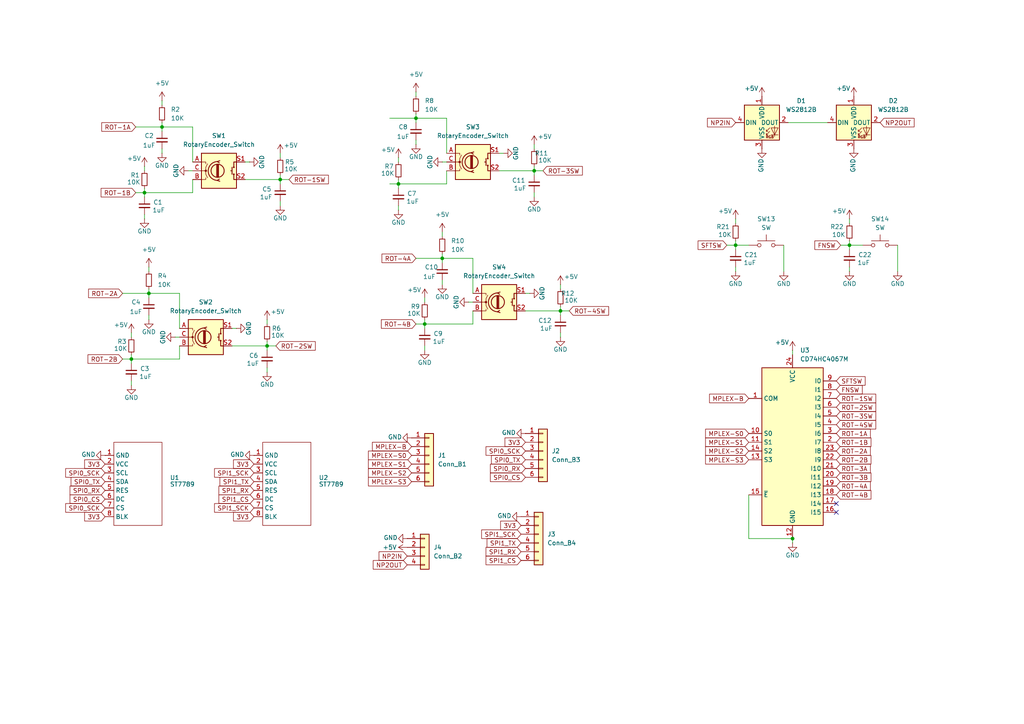
<source format=kicad_sch>
(kicad_sch (version 20231120) (generator "eeschema") (generator_version "8.0")
  (paper "A4")
  (lib_symbols
    (symbol "74xx:CD74HC4067M"
      (property "Reference" "U" (at -8.89 22.86 0))
      (property "Value" "CD74HC4067M" (at 1.27 22.86 0))
      (symbol "CD74HC4067M_0_1"
        (rectangle (start -8.89 21.59) (end 8.89 -24.13) (stroke (width 0.254)) (fill (type background)))
      )
      (symbol "CD74HC4067M_1_1"
        (pin passive line (at -12.7 12.7 0) (length 3.81) (name "COM") (number "1"))
        (pin input line (at -12.7 2.54 0) (length 3.81) (name "S0") (number "10"))
        (pin input line (at -12.7 0 0) (length 3.81) (name "S1") (number "11"))
        (pin power_in line (at 0 -27.94 90) (length 3.81) (name "GND") (number "12"))
        (pin input line (at -12.7 -5.08 0) (length 3.81) (name "S3") (number "13"))
        (pin input line (at -12.7 -2.54 0) (length 3.81) (name "S2") (number "14"))
        (pin input line (at -12.7 -15.24 0) (length 3.81) (name "~{E}") (number "15"))
        (pin passive line (at 12.7 -20.32 180) (length 3.81) (name "I15") (number "16"))
        (pin passive line (at 12.7 -17.78 180) (length 3.81) (name "I14") (number "17"))
        (pin passive line (at 12.7 -15.24 180) (length 3.81) (name "I13") (number "18"))
        (pin passive line (at 12.7 -12.7 180) (length 3.81) (name "I12") (number "19"))
        (pin passive line (at 12.7 0 180) (length 3.81) (name "I7") (number "2"))
        (pin passive line (at 12.7 -10.16 180) (length 3.81) (name "I11") (number "20"))
        (pin passive line (at 12.7 -7.62 180) (length 3.81) (name "I10") (number "21"))
        (pin passive line (at 12.7 -5.08 180) (length 3.81) (name "I9") (number "22"))
        (pin passive line (at 12.7 -2.54 180) (length 3.81) (name "I8") (number "23"))
        (pin power_in line (at 0 25.4 270) (length 3.81) (name "VCC") (number "24"))
        (pin passive line (at 12.7 2.54 180) (length 3.81) (name "I6") (number "3"))
        (pin passive line (at 12.7 5.08 180) (length 3.81) (name "I5") (number "4"))
        (pin passive line (at 12.7 7.62 180) (length 3.81) (name "I4") (number "5"))
        (pin passive line (at 12.7 10.16 180) (length 3.81) (name "I3") (number "6"))
        (pin passive line (at 12.7 12.7 180) (length 3.81) (name "I2") (number "7"))
        (pin passive line (at 12.7 15.24 180) (length 3.81) (name "I1") (number "8"))
        (pin passive line (at 12.7 17.78 180) (length 3.81) (name "I0") (number "9"))
      )
    )
    (symbol "Connector_Generic:Conn_01x04" (pin_names (offset 1.016) hide)
      (property "Reference" "J" (at 0 5.08 0))
      (property "Value" "Conn_01x04" (at 0 -7.62 0))
      (symbol "Conn_01x04_1_1"
        (rectangle (start -1.27 -4.953) (end 0 -5.207) (stroke (width 0.1524)))
        (rectangle (start -1.27 -2.413) (end 0 -2.667) (stroke (width 0.1524)))
        (rectangle (start -1.27 0.127) (end 0 -0.127) (stroke (width 0.1524)))
        (rectangle (start -1.27 2.667) (end 0 2.413) (stroke (width 0.1524)))
        (rectangle (start -1.27 3.81) (end 1.27 -6.35) (stroke (width 0.254)) (fill (type background)))
        (pin passive line (at -5.08 2.54 0) (length 3.81) (name "Pin_1") (number "1"))
        (pin passive line (at -5.08 0 0) (length 3.81) (name "Pin_2") (number "2"))
        (pin passive line (at -5.08 -2.54 0) (length 3.81) (name "Pin_3") (number "3"))
        (pin passive line (at -5.08 -5.08 0) (length 3.81) (name "Pin_4") (number "4"))
      )
    )
    (symbol "Connector_Generic:Conn_01x06" (pin_names (offset 1.016) hide)
      (property "Reference" "J" (at 0 7.62 0))
      (property "Value" "Conn_01x06" (at 0 -10.16 0))
      (symbol "Conn_01x06_1_1"
        (rectangle (start -1.27 -7.493) (end 0 -7.747) (stroke (width 0.1524)))
        (rectangle (start -1.27 -4.953) (end 0 -5.207) (stroke (width 0.1524)))
        (rectangle (start -1.27 -2.413) (end 0 -2.667) (stroke (width 0.1524)))
        (rectangle (start -1.27 0.127) (end 0 -0.127) (stroke (width 0.1524)))
        (rectangle (start -1.27 2.667) (end 0 2.413) (stroke (width 0.1524)))
        (rectangle (start -1.27 5.207) (end 0 4.953) (stroke (width 0.1524)))
        (rectangle (start -1.27 6.35) (end 1.27 -8.89) (stroke (width 0.254)) (fill (type background)))
        (pin passive line (at -5.08 5.08 0) (length 3.81) (name "Pin_1") (number "1"))
        (pin passive line (at -5.08 2.54 0) (length 3.81) (name "Pin_2") (number "2"))
        (pin passive line (at -5.08 0 0) (length 3.81) (name "Pin_3") (number "3"))
        (pin passive line (at -5.08 -2.54 0) (length 3.81) (name "Pin_4") (number "4"))
        (pin passive line (at -5.08 -5.08 0) (length 3.81) (name "Pin_5") (number "5"))
        (pin passive line (at -5.08 -7.62 0) (length 3.81) (name "Pin_6") (number "6"))
      )
    )
    (symbol "Device:C_Small" (pin_numbers hide) (pin_names (offset 0.254) hide)
      (property "Reference" "C" (at 0.254 1.778 0))
      (property "Value" "C_Small" (at 0.254 -2.032 0))
      (symbol "C_Small_0_1"
        (polyline (pts (xy -1.524 -0.508) (xy 1.524 -0.508)) (stroke (width 0.3302)))
        (polyline (pts (xy -1.524 0.508) (xy 1.524 0.508)) (stroke (width 0.3048)))
      )
      (symbol "C_Small_1_1"
        (pin passive line (at 0 2.54 270) (length 2.032) (name "~") (number "1"))
        (pin passive line (at 0 -2.54 90) (length 2.032) (name "~") (number "2"))
      )
    )
    (symbol "Device:R_Small" (pin_numbers hide) (pin_names (offset 0.254) hide)
      (property "Reference" "R" (at 0.762 0.508 0))
      (property "Value" "R_Small" (at 0.762 -1.016 0))
      (symbol "R_Small_0_1"
        (rectangle (start -0.762 1.778) (end 0.762 -1.778) (stroke (width 0.2032)))
      )
      (symbol "R_Small_1_1"
        (pin passive line (at 0 2.54 270) (length 0.762) (name "~") (number "1"))
        (pin passive line (at 0 -2.54 90) (length 0.762) (name "~") (number "2"))
      )
    )
    (symbol "Device:RotaryEncoder_Switch" (pin_names (offset 0.254) hide)
      (property "Reference" "SW" (at 0 6.604 0))
      (property "Value" "RotaryEncoder_Switch" (at 0 -6.604 0))
      (symbol "RotaryEncoder_Switch_0_1"
        (rectangle (start -5.08 5.08) (end 5.08 -5.08) (stroke (width 0.254)) (fill (type background)))
        (circle (center -3.81 0) (radius 0.254) (fill (type outline)))
        (circle (center -0.381 0) (radius 1.905) (stroke (width 0.254)))
        (arc (start -0.381 2.667) (mid -3.0988 -0.0635) (end -0.381 -2.794) (stroke (width 0.254)))
        (polyline (pts (xy -0.635 -1.778) (xy -0.635 1.778)) (stroke (width 0.254)))
        (polyline (pts (xy -0.381 -1.778) (xy -0.381 1.778)) (stroke (width 0.254)))
        (polyline (pts (xy -0.127 1.778) (xy -0.127 -1.778)) (stroke (width 0.254)))
        (polyline (pts (xy 3.81 0) (xy 3.429 0)) (stroke (width 0.254)))
        (polyline (pts (xy 3.81 1.016) (xy 3.81 -1.016)) (stroke (width 0.254)))
        (polyline (pts (xy -5.08 -2.54) (xy -3.81 -2.54) (xy -3.81 -2.032)))
        (polyline (pts (xy -5.08 2.54) (xy -3.81 2.54) (xy -3.81 2.032)))
        (polyline (pts (xy 0.254 -3.048) (xy -0.508 -2.794) (xy 0.127 -2.413)) (stroke (width 0.254)))
        (polyline (pts (xy 0.254 2.921) (xy -0.508 2.667) (xy 0.127 2.286)) (stroke (width 0.254)))
        (polyline (pts (xy 5.08 -2.54) (xy 4.318 -2.54) (xy 4.318 -1.016)) (stroke (width 0.254)))
        (polyline (pts (xy 5.08 2.54) (xy 4.318 2.54) (xy 4.318 1.016)) (stroke (width 0.254)))
        (polyline (pts (xy -5.08 0) (xy -3.81 0) (xy -3.81 -1.016) (xy -3.302 -2.032)))
        (polyline (pts (xy -4.318 0) (xy -3.81 0) (xy -3.81 1.016) (xy -3.302 2.032)))
        (circle (center 4.318 -1.016) (radius 0.127) (stroke (width 0.254)))
        (circle (center 4.318 1.016) (radius 0.127) (stroke (width 0.254)))
      )
      (symbol "RotaryEncoder_Switch_1_1"
        (pin passive line (at -7.62 2.54 0) (length 2.54) (name "A") (number "A"))
        (pin passive line (at -7.62 -2.54 0) (length 2.54) (name "B") (number "B"))
        (pin passive line (at -7.62 0 0) (length 2.54) (name "C") (number "C"))
        (pin passive line (at 7.62 2.54 180) (length 2.54) (name "S1") (number "S1"))
        (pin passive line (at 7.62 -2.54 180) (length 2.54) (name "S2") (number "S2"))
      )
    )
    (symbol "LED:WS2812B" (pin_names (offset 0.254))
      (property "Reference" "D" (at 5.08 5.715 0))
      (property "Value" "WS2812B" (at 1.27 -5.715 0))
      (symbol "WS2812B_0_0"
        (text "RGB" (at 2.286 -4.191 0) (effects (font (size 0.762 0.762))))
      )
      (symbol "WS2812B_0_1"
        (polyline (pts (xy 1.27 -3.556) (xy 1.778 -3.556)))
        (polyline (pts (xy 1.27 -2.54) (xy 1.778 -2.54)))
        (polyline (pts (xy 4.699 -3.556) (xy 2.667 -3.556)))
        (polyline (pts (xy 2.286 -2.54) (xy 1.27 -3.556) (xy 1.27 -3.048)))
        (polyline (pts (xy 2.286 -1.524) (xy 1.27 -2.54) (xy 1.27 -2.032)))
        (polyline (pts (xy 3.683 -1.016) (xy 3.683 -3.556) (xy 3.683 -4.064)))
        (polyline (pts (xy 4.699 -1.524) (xy 2.667 -1.524) (xy 3.683 -3.556) (xy 4.699 -1.524)))
        (rectangle (start 5.08 5.08) (end -5.08 -5.08) (stroke (width 0.254)) (fill (type background)))
      )
      (symbol "WS2812B_1_1"
        (pin power_in line (at 0 7.62 270) (length 2.54) (name "VDD") (number "1"))
        (pin output line (at 7.62 0 180) (length 2.54) (name "DOUT") (number "2"))
        (pin power_in line (at 0 -7.62 90) (length 2.54) (name "VSS") (number "3"))
        (pin input line (at -7.62 0 0) (length 2.54) (name "DIN") (number "4"))
      )
    )
    (symbol "Switch:SW_Push" (pin_numbers hide) (pin_names (offset 1.016) hide)
      (property "Reference" "SW" (at 1.27 2.54 0))
      (property "Value" "SW_Push" (at 0 -1.524 0))
      (symbol "SW_Push_0_1"
        (circle (center -2.032 0) (radius 0.508))
        (polyline (pts (xy 0 1.27) (xy 0 3.048)))
        (polyline (pts (xy 2.54 1.27) (xy -2.54 1.27)))
        (circle (center 2.032 0) (radius 0.508))
        (pin passive line (at -5.08 0 0) (length 2.54) (name "1") (number "1"))
        (pin passive line (at 5.08 0 180) (length 2.54) (name "2") (number "2"))
      )
    )
    (symbol "power:+5V" (power) (pin_numbers hide) (pin_names (offset 0) hide)
      (property "Value" "+5V" (at 0 3.556 0))
      (symbol "+5V_0_1"
        (polyline (pts (xy -0.762 1.27) (xy 0 2.54)))
        (polyline (pts (xy 0 0) (xy 0 2.54)))
        (polyline (pts (xy 0 2.54) (xy 0.762 1.27)))
      )
      (symbol "+5V_1_1"
        (pin power_in line (at 0 0 90) (length 0) (name "~") (number "1"))
      )
    )
    (symbol "power:GND" (power) (pin_numbers hide) (pin_names (offset 0) hide)
      (property "Value" "GND" (at 0 -3.81 0))
      (symbol "GND_0_1"
        (polyline (pts (xy 0 0) (xy 0 -1.27) (xy 1.27 -1.27) (xy 0 -2.54) (xy -1.27 -1.27) (xy 0 -1.27)))
      )
      (symbol "GND_1_1"
        (pin power_in line (at 0 0 270) (length 0) (name "~") (number "1"))
      )
    )
    (symbol "r3m1xxx_Library:ST7789-oled"
      (property "Reference" "U" (at -1.016 9.652 0))
      (symbol "ST7789-oled_0_1"
        (rectangle (start -7.62 11.43) (end 6.35 -12.7))
      )
      (symbol "ST7789-oled_1_1"
        (pin input line (at -10.16 7.62 0) (length 2.54) (name "GND") (number "1"))
        (pin input line (at -10.16 5.08 0) (length 2.54) (name "VCC") (number "2"))
        (pin input line (at -10.16 2.54 0) (length 2.54) (name "SCL") (number "3"))
        (pin input line (at -10.16 0 0) (length 2.54) (name "SDA") (number "4"))
        (pin input line (at -10.16 -2.54 0) (length 2.54) (name "RES") (number "5"))
        (pin input line (at -10.16 -5.08 0) (length 2.54) (name "DC") (number "6"))
        (pin input line (at -10.16 -7.62 0) (length 2.54) (name "CS") (number "7"))
        (pin input line (at -10.16 -10.16 0) (length 2.54) (name "BLK") (number "8"))
      )
    )
  )
  (junction (at 38.1 104.14))
  (junction (at 43.18 85.09))
  (junction (at 162.56 90.17))
  (junction (at 128.27 74.93))
  (junction (at 229.87 156.21))
  (junction (at 81.28 52.07))
  (junction (at 41.91 55.88))
  (junction (at 77.47 100.33))
  (junction (at 123.19 93.98))
  (junction (at 120.65 34.29))
  (junction (at 154.94 49.53))
  (junction (at 115.57 53.34))
  (junction (at 246.38 71.12))
  (junction (at 46.99 36.83))
  (junction (at 213.36 71.12))
  (no_connect (at 242.57 146.05))
  (no_connect (at 242.57 148.59))
  (wire (pts (xy 55.88 36.83) (xy 55.88 46.99)))
  (wire (pts (xy 229.87 101.6) (xy 229.87 102.87)))
  (wire (pts (xy 128.27 81.28) (xy 128.27 82.55)))
  (wire (pts (xy 38.1 104.14) (xy 52.07 104.14)))
  (wire (pts (xy 41.91 55.88) (xy 55.88 55.88)))
  (wire (pts (xy 113.03 34.29) (xy 120.65 34.29)))
  (wire (pts (xy 217.17 143.51) (xy 217.17 156.21)))
  (wire (pts (xy 154.94 49.53) (xy 154.94 48.26)))
  (wire (pts (xy 113.03 53.34) (xy 115.57 53.34)))
  (wire (pts (xy 137.16 74.93) (xy 137.16 85.09)))
  (wire (pts (xy 43.18 85.09) (xy 43.18 83.82)))
  (wire (pts (xy 81.28 52.07) (xy 81.28 50.8)))
  (wire (pts (xy 246.38 71.12) (xy 246.38 69.85)))
  (wire (pts (xy 128.27 67.31) (xy 128.27 68.58)))
  (wire (pts (xy 46.99 38.1) (xy 46.99 36.83)))
  (wire (pts (xy 123.19 95.25) (xy 123.19 93.98)))
  (wire (pts (xy 52.07 85.09) (xy 52.07 95.25)))
  (wire (pts (xy 123.19 100.33) (xy 123.19 101.6)))
  (wire (pts (xy 120.65 35.56) (xy 120.65 34.29)))
  (wire (pts (xy 46.99 29.21) (xy 46.99 30.48)))
  (wire (pts (xy 144.78 49.53) (xy 154.94 49.53)))
  (wire (pts (xy 154.94 41.91) (xy 154.94 43.18)))
  (wire (pts (xy 157.48 49.53) (xy 154.94 49.53)))
  (wire (pts (xy 120.65 40.64) (xy 120.65 41.91)))
  (wire (pts (xy 67.31 100.33) (xy 77.47 100.33)))
  (wire (pts (xy 41.91 55.88) (xy 41.91 54.61)))
  (wire (pts (xy 80.01 100.33) (xy 77.47 100.33)))
  (wire (pts (xy 246.38 71.12) (xy 250.19 71.12)))
  (wire (pts (xy 55.88 55.88) (xy 55.88 52.07)))
  (wire (pts (xy 77.47 106.68) (xy 77.47 107.95)))
  (wire (pts (xy 162.56 90.17) (xy 162.56 88.9)))
  (wire (pts (xy 154.94 50.8) (xy 154.94 49.53)))
  (wire (pts (xy 128.27 74.93) (xy 137.16 74.93)))
  (wire (pts (xy 54.61 49.53) (xy 55.88 49.53)))
  (wire (pts (xy 162.56 82.55) (xy 162.56 83.82)))
  (wire (pts (xy 137.16 93.98) (xy 137.16 90.17)))
  (wire (pts (xy 213.36 71.12) (xy 213.36 69.85)))
  (wire (pts (xy 77.47 100.33) (xy 77.47 99.06)))
  (wire (pts (xy 81.28 58.42) (xy 81.28 59.69)))
  (wire (pts (xy 83.82 52.07) (xy 81.28 52.07)))
  (wire (pts (xy 165.1 90.17) (xy 162.56 90.17)))
  (wire (pts (xy 229.87 156.21) (xy 229.87 157.48)))
  (wire (pts (xy 35.56 104.14) (xy 38.1 104.14)))
  (wire (pts (xy 41.91 57.15) (xy 41.91 55.88)))
  (wire (pts (xy 115.57 53.34) (xy 115.57 52.07)))
  (wire (pts (xy 38.1 96.52) (xy 38.1 97.79)))
  (wire (pts (xy 123.19 93.98) (xy 123.19 92.71)))
  (wire (pts (xy 154.94 55.88) (xy 154.94 57.15)))
  (wire (pts (xy 135.89 87.63) (xy 137.16 87.63)))
  (wire (pts (xy 41.91 62.23) (xy 41.91 63.5)))
  (wire (pts (xy 246.38 72.39) (xy 246.38 71.12)))
  (wire (pts (xy 153.67 85.09) (xy 152.4 85.09)))
  (wire (pts (xy 120.65 93.98) (xy 123.19 93.98)))
  (wire (pts (xy 162.56 91.44) (xy 162.56 90.17)))
  (wire (pts (xy 120.65 74.93) (xy 128.27 74.93)))
  (wire (pts (xy 39.37 36.83) (xy 46.99 36.83)))
  (wire (pts (xy 120.65 26.67) (xy 120.65 27.94)))
  (wire (pts (xy 43.18 86.36) (xy 43.18 85.09)))
  (wire (pts (xy 77.47 92.71) (xy 77.47 93.98)))
  (wire (pts (xy 123.19 86.36) (xy 123.19 87.63)))
  (wire (pts (xy 129.54 53.34) (xy 129.54 49.53)))
  (wire (pts (xy 43.18 77.47) (xy 43.18 78.74)))
  (wire (pts (xy 213.36 72.39) (xy 213.36 71.12)))
  (wire (pts (xy 227.33 71.12) (xy 227.33 78.74)))
  (wire (pts (xy 81.28 44.45) (xy 81.28 45.72)))
  (wire (pts (xy 72.39 46.99) (xy 71.12 46.99)))
  (wire (pts (xy 41.91 48.26) (xy 41.91 49.53)))
  (wire (pts (xy 210.82 71.12) (xy 213.36 71.12)))
  (wire (pts (xy 71.12 52.07) (xy 81.28 52.07)))
  (wire (pts (xy 152.4 90.17) (xy 162.56 90.17)))
  (wire (pts (xy 123.19 93.98) (xy 137.16 93.98)))
  (wire (pts (xy 115.57 54.61) (xy 115.57 53.34)))
  (wire (pts (xy 115.57 59.69) (xy 115.57 60.96)))
  (wire (pts (xy 39.37 55.88) (xy 41.91 55.88)))
  (wire (pts (xy 213.36 77.47) (xy 213.36 78.74)))
  (wire (pts (xy 38.1 104.14) (xy 38.1 102.87)))
  (wire (pts (xy 68.58 95.25) (xy 67.31 95.25)))
  (wire (pts (xy 246.38 77.47) (xy 246.38 78.74)))
  (wire (pts (xy 38.1 110.49) (xy 38.1 111.76)))
  (wire (pts (xy 77.47 101.6) (xy 77.47 100.33)))
  (wire (pts (xy 35.56 85.09) (xy 43.18 85.09)))
  (wire (pts (xy 46.99 36.83) (xy 46.99 35.56)))
  (wire (pts (xy 43.18 91.44) (xy 43.18 92.71)))
  (wire (pts (xy 46.99 36.83) (xy 55.88 36.83)))
  (wire (pts (xy 120.65 34.29) (xy 120.65 33.02)))
  (wire (pts (xy 115.57 53.34) (xy 129.54 53.34)))
  (wire (pts (xy 246.38 63.5) (xy 246.38 64.77)))
  (wire (pts (xy 128.27 76.2) (xy 128.27 74.93)))
  (wire (pts (xy 81.28 53.34) (xy 81.28 52.07)))
  (wire (pts (xy 213.36 63.5) (xy 213.36 64.77)))
  (wire (pts (xy 115.57 45.72) (xy 115.57 46.99)))
  (wire (pts (xy 129.54 34.29) (xy 129.54 44.45)))
  (wire (pts (xy 46.99 43.18) (xy 46.99 44.45)))
  (wire (pts (xy 162.56 96.52) (xy 162.56 97.79)))
  (wire (pts (xy 228.6 35.56) (xy 240.03 35.56)))
  (wire (pts (xy 217.17 156.21) (xy 229.87 156.21)))
  (wire (pts (xy 260.35 71.12) (xy 260.35 78.74)))
  (wire (pts (xy 243.84 71.12) (xy 246.38 71.12)))
  (wire (pts (xy 213.36 71.12) (xy 217.17 71.12)))
  (wire (pts (xy 146.05 44.45) (xy 144.78 44.45)))
  (wire (pts (xy 43.18 85.09) (xy 52.07 85.09)))
  (wire (pts (xy 128.27 46.99) (xy 129.54 46.99)))
  (wire (pts (xy 50.8 97.79) (xy 52.07 97.79)))
  (wire (pts (xy 52.07 104.14) (xy 52.07 100.33)))
  (wire (pts (xy 38.1 105.41) (xy 38.1 104.14)))
  (wire (pts (xy 120.65 34.29) (xy 129.54 34.29)))
  (wire (pts (xy 128.27 74.93) (xy 128.27 73.66)))
  (global_label "ROT-3SW" (shape input) (at 242.57 120.65 0) (property "Intersheetrefs" "${INTERSHEET_REFS}" (effects (hide yes))))
  (global_label "3V3" (shape input) (at 152.4 128.27 180) (property "Intersheetrefs" "${INTERSHEET_REFS}" (effects (hide yes))))
  (global_label "ROT-4A" (shape input) (at 120.65 74.93 180) (property "Intersheetrefs" "${INTERSHEET_REFS}" (effects (hide yes))))
  (global_label "ROT-4B" (shape input) (at 242.57 143.51 0) (property "Intersheetrefs" "${INTERSHEET_REFS}" (effects (hide yes))))
  (global_label "MPLEX-S0" (shape input) (at 217.17 125.73 180) (property "Intersheetrefs" "${INTERSHEET_REFS}" (effects (hide yes))))
  (global_label "SPI0_CS" (shape input) (at 30.48 144.78 180) (property "Intersheetrefs" "${INTERSHEET_REFS}" (effects (hide yes))))
  (global_label "SPI0_TX" (shape input) (at 30.48 139.7 180) (property "Intersheetrefs" "${INTERSHEET_REFS}" (effects (hide yes))))
  (global_label "3V3" (shape input) (at 151.13 152.4 180) (property "Intersheetrefs" "${INTERSHEET_REFS}" (effects (hide yes))))
  (global_label "ROT-4A" (shape input) (at 242.57 140.97 0) (property "Intersheetrefs" "${INTERSHEET_REFS}" (effects (hide yes))))
  (global_label "SPI0_RX" (shape input) (at 152.4 135.89 180) (property "Intersheetrefs" "${INTERSHEET_REFS}" (effects (hide yes))))
  (global_label "SFTSW" (shape input) (at 242.57 110.49 0) (property "Intersheetrefs" "${INTERSHEET_REFS}" (effects (hide yes))))
  (global_label "SPI0_SCK" (shape input) (at 152.4 130.81 180) (property "Intersheetrefs" "${INTERSHEET_REFS}" (effects (hide yes))))
  (global_label "SPI0_SCK" (shape input) (at 30.48 147.32 180) (property "Intersheetrefs" "${INTERSHEET_REFS}" (effects (hide yes))))
  (global_label "3V3" (shape input) (at 30.48 134.62 180) (property "Intersheetrefs" "${INTERSHEET_REFS}" (effects (hide yes))))
  (global_label "SPI1_SCK" (shape input) (at 151.13 154.94 180) (property "Intersheetrefs" "${INTERSHEET_REFS}" (effects (hide yes))))
  (global_label "3V3" (shape input) (at 73.66 149.86 180) (property "Intersheetrefs" "${INTERSHEET_REFS}" (effects (hide yes))))
  (global_label "NP2OUT" (shape input) (at 118.11 163.83 180) (property "Intersheetrefs" "${INTERSHEET_REFS}" (effects (hide yes))))
  (global_label "SPI0_TX" (shape input) (at 152.4 133.35 180) (property "Intersheetrefs" "${INTERSHEET_REFS}" (effects (hide yes))))
  (global_label "MPLEX-S3" (shape input) (at 119.38 139.7 180) (property "Intersheetrefs" "${INTERSHEET_REFS}" (effects (hide yes))))
  (global_label "ROT-1A" (shape input) (at 39.37 36.83 180) (property "Intersheetrefs" "${INTERSHEET_REFS}" (effects (hide yes))))
  (global_label "SPI1_RX" (shape input) (at 151.13 160.02 180) (property "Intersheetrefs" "${INTERSHEET_REFS}" (effects (hide yes))))
  (global_label "SPI1_RX" (shape input) (at 73.66 142.24 180) (property "Intersheetrefs" "${INTERSHEET_REFS}" (effects (hide yes))))
  (global_label "MPLEX-S2" (shape input) (at 119.38 137.16 180) (property "Intersheetrefs" "${INTERSHEET_REFS}" (effects (hide yes))))
  (global_label "FNSW" (shape input) (at 242.57 113.03 0) (property "Intersheetrefs" "${INTERSHEET_REFS}" (effects (hide yes))))
  (global_label "ROT-1SW" (shape input) (at 83.82 52.07 0) (property "Intersheetrefs" "${INTERSHEET_REFS}" (effects (hide yes))))
  (global_label "ROT-3A" (shape input) (at 242.57 135.89 0) (property "Intersheetrefs" "${INTERSHEET_REFS}" (effects (hide yes))))
  (global_label "ROT-3SW" (shape input) (at 157.48 49.53 0) (property "Intersheetrefs" "${INTERSHEET_REFS}" (effects (hide yes))))
  (global_label "MPLEX-S0" (shape input) (at 119.38 132.08 180) (property "Intersheetrefs" "${INTERSHEET_REFS}" (effects (hide yes))))
  (global_label "ROT-2B" (shape input) (at 242.57 133.35 0) (property "Intersheetrefs" "${INTERSHEET_REFS}" (effects (hide yes))))
  (global_label "MPLEX-B" (shape input) (at 217.17 115.57 180) (property "Intersheetrefs" "${INTERSHEET_REFS}" (effects (hide yes))))
  (global_label "SPI1_CS" (shape input) (at 73.66 144.78 180) (property "Intersheetrefs" "${INTERSHEET_REFS}" (effects (hide yes))))
  (global_label "ROT-2A" (shape input) (at 242.57 130.81 0) (property "Intersheetrefs" "${INTERSHEET_REFS}" (effects (hide yes))))
  (global_label "SPI1_SCK" (shape input) (at 73.66 147.32 180) (property "Intersheetrefs" "${INTERSHEET_REFS}" (effects (hide yes))))
  (global_label "ROT-4SW" (shape input) (at 165.1 90.17 0) (property "Intersheetrefs" "${INTERSHEET_REFS}" (effects (hide yes))))
  (global_label "ROT-2SW" (shape input) (at 242.57 118.11 0) (property "Intersheetrefs" "${INTERSHEET_REFS}" (effects (hide yes))))
  (global_label "MPLEX-S1" (shape input) (at 217.17 128.27 180) (property "Intersheetrefs" "${INTERSHEET_REFS}" (effects (hide yes))))
  (global_label "ROT-2SW" (shape input) (at 80.01 100.33 0) (property "Intersheetrefs" "${INTERSHEET_REFS}" (effects (hide yes))))
  (global_label "ROT-4SW" (shape input) (at 242.57 123.19 0) (property "Intersheetrefs" "${INTERSHEET_REFS}" (effects (hide yes))))
  (global_label "SPI1_CS" (shape input) (at 151.13 162.56 180) (property "Intersheetrefs" "${INTERSHEET_REFS}" (effects (hide yes))))
  (global_label "SFTSW" (shape input) (at 210.82 71.12 180) (property "Intersheetrefs" "${INTERSHEET_REFS}" (effects (hide yes))))
  (global_label "3V3" (shape input) (at 30.48 149.86 180) (property "Intersheetrefs" "${INTERSHEET_REFS}" (effects (hide yes))))
  (global_label "ROT-1A" (shape input) (at 242.57 125.73 0) (property "Intersheetrefs" "${INTERSHEET_REFS}" (effects (hide yes))))
  (global_label "ROT-4B" (shape input) (at 120.65 93.98 180) (property "Intersheetrefs" "${INTERSHEET_REFS}" (effects (hide yes))))
  (global_label "SPI0_CS" (shape input) (at 152.4 138.43 180) (property "Intersheetrefs" "${INTERSHEET_REFS}" (effects (hide yes))))
  (global_label "ROT-1B" (shape input) (at 242.57 128.27 0) (property "Intersheetrefs" "${INTERSHEET_REFS}" (effects (hide yes))))
  (global_label "ROT-1B" (shape input) (at 39.37 55.88 180) (property "Intersheetrefs" "${INTERSHEET_REFS}" (effects (hide yes))))
  (global_label "SPI1_TX" (shape input) (at 73.66 139.7 180) (property "Intersheetrefs" "${INTERSHEET_REFS}" (effects (hide yes))))
  (global_label "MPLEX-S3" (shape input) (at 217.17 133.35 180) (property "Intersheetrefs" "${INTERSHEET_REFS}" (effects (hide yes))))
  (global_label "NP2IN" (shape input) (at 213.36 35.56 180) (property "Intersheetrefs" "${INTERSHEET_REFS}" (effects (hide yes))))
  (global_label "NP2OUT" (shape input) (at 255.27 35.56 0) (property "Intersheetrefs" "${INTERSHEET_REFS}" (effects (hide yes))))
  (global_label "SPI0_RX" (shape input) (at 30.48 142.24 180) (property "Intersheetrefs" "${INTERSHEET_REFS}" (effects (hide yes))))
  (global_label "SPI1_SCK" (shape input) (at 73.66 137.16 180) (property "Intersheetrefs" "${INTERSHEET_REFS}" (effects (hide yes))))
  (global_label "ROT-2A" (shape input) (at 35.56 85.09 180) (property "Intersheetrefs" "${INTERSHEET_REFS}" (effects (hide yes))))
  (global_label "SPI1_TX" (shape input) (at 151.13 157.48 180) (property "Intersheetrefs" "${INTERSHEET_REFS}" (effects (hide yes))))
  (global_label "FNSW" (shape input) (at 243.84 71.12 180) (property "Intersheetrefs" "${INTERSHEET_REFS}" (effects (hide yes))))
  (global_label "ROT-1SW" (shape input) (at 242.57 115.57 0) (property "Intersheetrefs" "${INTERSHEET_REFS}" (effects (hide yes))))
  (global_label "3V3" (shape input) (at 73.66 134.62 180) (property "Intersheetrefs" "${INTERSHEET_REFS}" (effects (hide yes))))
  (global_label "MPLEX-B" (shape input) (at 119.38 129.54 180) (property "Intersheetrefs" "${INTERSHEET_REFS}" (effects (hide yes))))
  (global_label "ROT-2B" (shape input) (at 35.56 104.14 180) (property "Intersheetrefs" "${INTERSHEET_REFS}" (effects (hide yes))))
  (global_label "SPI0_SCK" (shape input) (at 30.48 137.16 180) (property "Intersheetrefs" "${INTERSHEET_REFS}" (effects (hide yes))))
  (global_label "MPLEX-S1" (shape input) (at 119.38 134.62 180) (property "Intersheetrefs" "${INTERSHEET_REFS}" (effects (hide yes))))
  (global_label "NP2IN" (shape input) (at 118.11 161.29 180) (property "Intersheetrefs" "${INTERSHEET_REFS}" (effects (hide yes))))
  (global_label "MPLEX-S2" (shape input) (at 217.17 130.81 180) (property "Intersheetrefs" "${INTERSHEET_REFS}" (effects (hide yes))))
  (global_label "ROT-3B" (shape input) (at 242.57 138.43 0) (property "Intersheetrefs" "${INTERSHEET_REFS}" (effects (hide yes))))
  (symbol (lib_id "power:GND") (at 72.39 46.99 90) (mirror x) (unit 1)
    (property "Reference" "#PWR027" (effects (hide yes)))
    (property "Value" "GND" (at 75.946 46.99 0))
    (property "Description" "Power symbol creates a global label with name \"GND\" , ground" (effects (hide yes)))
  )
  (symbol (lib_id "power:GND") (at 73.66 132.08 270) (mirror x) (unit 1)
    (property "Reference" "#PWR080" (effects (hide yes)))
    (property "Value" "GND" (at 68.834 131.826 90))
    (property "Description" "Power symbol creates a global label with name \"GND\" , ground" (effects (hide yes)))
  )
  (symbol (lib_id "Device:C_Small") (at 115.57 57.15 0) (unit 1)
    (property "Reference" "C7" (at 118.11 56.134 0) (effects (justify left)))
    (property "Value" "1uF" (at 117.856 58.42 0) (effects (justify left)))
    (property "Description" "Unpolarized capacitor, small symbol" (effects (hide yes)))
  )
  (symbol (lib_id "power:GND") (at 41.91 63.5 0) (mirror y) (unit 1)
    (property "Reference" "#PWR018" (effects (hide yes)))
    (property "Value" "GND" (at 41.91 67.056 0))
    (property "Description" "Power symbol creates a global label with name \"GND\" , ground" (effects (hide yes)))
  )
  (symbol (lib_id "Device:C_Small") (at 246.38 74.93 0) (unit 1)
    (property "Reference" "C22" (at 248.92 73.914 0) (effects (justify left)))
    (property "Value" "1uF" (at 248.666 76.2 0) (effects (justify left)))
    (property "Description" "Unpolarized capacitor, small symbol" (effects (hide yes)))
  )
  (symbol (lib_id "power:GND") (at 54.61 49.53 270) (mirror x) (unit 1)
    (property "Reference" "#PWR023" (effects (hide yes)))
    (property "Value" "GND" (at 51.054 49.53 0))
    (property "Description" "Power symbol creates a global label with name \"GND\" , ground" (effects (hide yes)))
  )
  (symbol (lib_id "Device:RotaryEncoder_Switch") (at 63.5 49.53 0) (unit 1)
    (property "Reference" "SW1" (at 63.5 39.37 0))
    (property "Value" "RotaryEncoder_Switch" (at 63.5 41.91 0))
    (property "Description" "Rotary encoder, dual channel, incremental quadrate outputs, with switch" (effects (hide yes)))
  )
  (symbol (lib_id "power:GND") (at 154.94 57.15 0) (unit 1)
    (property "Reference" "#PWR046" (effects (hide yes)))
    (property "Value" "GND" (at 154.94 60.706 0))
    (property "Description" "Power symbol creates a global label with name \"GND\" , ground" (effects (hide yes)))
  )
  (symbol (lib_id "r3m1xxx_Library:ST7789-oled") (at 40.64 139.7 0) (unit 1)
    (property "Reference" "U1" (at 49.276 138.5569 0) (effects (justify left)))
    (property "Value" "ST7789" (at 49.276 140.462 0) (effects (justify left)))
  )
  (symbol (lib_id "power:GND") (at 146.05 44.45 90) (mirror x) (unit 1)
    (property "Reference" "#PWR043" (effects (hide yes)))
    (property "Value" "GND" (at 149.606 44.45 0))
    (property "Description" "Power symbol creates a global label with name \"GND\" , ground" (effects (hide yes)))
  )
  (symbol (lib_id "power:+5V") (at 247.65 27.94 0) (unit 1)
    (property "Reference" "#PWR086" (effects (hide yes)))
    (property "Value" "+5V" (at 244.602 25.654 0))
    (property "Description" "Power symbol creates a global label with name \"+5V\"" (effects (hide yes)))
  )
  (symbol (lib_id "power:+5V") (at 162.56 82.55 0) (mirror y) (unit 1)
    (property "Reference" "#PWR047" (effects (hide yes)))
    (property "Value" "+5V" (at 165.608 80.264 0))
    (property "Description" "Power symbol creates a global label with name \"+5V\"" (effects (hide yes)))
  )
  (symbol (lib_id "Connector_Generic:Conn_01x06") (at 157.48 130.81 0) (unit 1)
    (property "Reference" "J2" (at 160.02 130.8099 0) (effects (justify left)))
    (property "Value" "Conn_B3" (at 160.02 133.3499 0) (effects (justify left)))
    (property "Description" "Generic connector, single row, 01x06, script generated (kicad-library-utils/schlib/autogen/connector/)" (effects (hide yes)))
  )
  (symbol (lib_id "power:+5V") (at 246.38 63.5 0) (unit 1)
    (property "Reference" "#PWR076" (effects (hide yes)))
    (property "Value" "+5V" (at 243.332 61.214 0))
    (property "Description" "Power symbol creates a global label with name \"+5V\"" (effects (hide yes)))
  )
  (symbol (lib_id "Device:R_Small") (at 77.47 96.52 0) (mirror y) (unit 1)
    (property "Reference" "R6" (at 81.534 95.25 0) (effects (justify left)))
    (property "Value" "10K" (at 82.55 97.282 0) (effects (justify left)))
    (property "Description" "Resistor, small symbol" (effects (hide yes)))
  )
  (symbol (lib_id "power:GND") (at 68.58 95.25 90) (mirror x) (unit 1)
    (property "Reference" "#PWR028" (effects (hide yes)))
    (property "Value" "GND" (at 72.136 95.25 0))
    (property "Description" "Power symbol creates a global label with name \"GND\" , ground" (effects (hide yes)))
  )
  (symbol (lib_id "Device:R_Small") (at 128.27 71.12 0) (unit 1)
    (property "Reference" "R10" (at 130.81 69.8499 0) (effects (justify left)))
    (property "Value" "10K" (at 130.81 72.3899 0) (effects (justify left)))
    (property "Description" "Resistor, small symbol" (effects (hide yes)))
  )
  (symbol (lib_id "power:GND") (at 115.57 60.96 0) (mirror y) (unit 1)
    (property "Reference" "#PWR034" (effects (hide yes)))
    (property "Value" "GND" (at 115.57 64.516 0))
    (property "Description" "Power symbol creates a global label with name \"GND\" , ground" (effects (hide yes)))
  )
  (symbol (lib_id "power:+5V") (at 41.91 48.26 0) (unit 1)
    (property "Reference" "#PWR017" (effects (hide yes)))
    (property "Value" "+5V" (at 38.862 45.974 0))
    (property "Description" "Power symbol creates a global label with name \"+5V\"" (effects (hide yes)))
  )
  (symbol (lib_id "power:GND") (at 81.28 59.69 0) (unit 1)
    (property "Reference" "#PWR030" (effects (hide yes)))
    (property "Value" "GND" (at 81.28 63.246 0))
    (property "Description" "Power symbol creates a global label with name \"GND\" , ground" (effects (hide yes)))
  )
  (symbol (lib_id "power:GND") (at 77.47 107.95 0) (unit 1)
    (property "Reference" "#PWR032" (effects (hide yes)))
    (property "Value" "GND" (at 77.47 111.506 0))
    (property "Description" "Power symbol creates a global label with name \"GND\" , ground" (effects (hide yes)))
  )
  (symbol (lib_id "power:GND") (at 120.65 41.91 0) (mirror y) (unit 1)
    (property "Reference" "#PWR036" (effects (hide yes)))
    (property "Value" "GND" (at 120.65 45.466 0))
    (property "Description" "Power symbol creates a global label with name \"GND\" , ground" (effects (hide yes)))
  )
  (symbol (lib_id "Device:R_Small") (at 123.19 90.17 0) (unit 1)
    (property "Reference" "R9" (at 119.126 88.9 0) (effects (justify left)))
    (property "Value" "10K" (at 118.11 90.932 0) (effects (justify left)))
    (property "Description" "Resistor, small symbol" (effects (hide yes)))
  )
  (symbol (lib_id "Connector_Generic:Conn_01x06") (at 124.46 132.08 0) (unit 1)
    (property "Reference" "J1" (at 127 132.0799 0) (effects (justify left)))
    (property "Value" "Conn_B1" (at 127 134.6199 0) (effects (justify left)))
    (property "Description" "Generic connector, single row, 01x06, script generated (kicad-library-utils/schlib/autogen/connector/)" (effects (hide yes)))
  )
  (symbol (lib_id "power:+5V") (at 118.11 158.75 90) (unit 1)
    (property "Reference" "#PWR090" (effects (hide yes)))
    (property "Value" "+5V" (at 113.03 158.75 90))
    (property "Description" "Power symbol creates a global label with name \"+5V\"" (effects (hide yes)))
  )
  (symbol (lib_id "power:GND") (at 135.89 87.63 270) (mirror x) (unit 1)
    (property "Reference" "#PWR042" (effects (hide yes)))
    (property "Value" "GND" (at 132.334 87.63 0))
    (property "Description" "Power symbol creates a global label with name \"GND\" , ground" (effects (hide yes)))
  )
  (symbol (lib_id "power:GND") (at 50.8 97.79 270) (mirror x) (unit 1)
    (property "Reference" "#PWR026" (effects (hide yes)))
    (property "Value" "GND" (at 47.244 97.79 0))
    (property "Description" "Power symbol creates a global label with name \"GND\" , ground" (effects (hide yes)))
  )
  (symbol (lib_id "Device:R_Small") (at 46.99 33.02 0) (unit 1)
    (property "Reference" "R2" (at 49.53 31.7499 0) (effects (justify left)))
    (property "Value" "10K" (at 49.53 34.2899 0) (effects (justify left)))
    (property "Description" "Resistor, small symbol" (effects (hide yes)))
  )
  (symbol (lib_id "power:GND") (at 260.35 78.74 0) (mirror y) (unit 1)
    (property "Reference" "#PWR078" (effects (hide yes)))
    (property "Value" "GND" (at 260.35 82.296 0))
    (property "Description" "Power symbol creates a global label with name \"GND\" , ground" (effects (hide yes)))
  )
  (symbol (lib_id "Switch:SW_Push") (at 255.27 71.12 0) (unit 1)
    (property "Reference" "SW14" (at 255.27 63.5 0))
    (property "Value" "SW" (at 255.27 66.04 0))
    (property "Description" "Push button switch, generic, two pins" (effects (hide yes)))
  )
  (symbol (lib_id "r3m1xxx_Library:ST7789-oled") (at 83.82 139.7 0) (unit 1)
    (property "Reference" "U2" (at 92.456 138.5569 0) (effects (justify left)))
    (property "Value" "ST7789" (at 92.456 140.462 0) (effects (justify left)))
  )
  (symbol (lib_id "power:GND") (at 162.56 97.79 0) (unit 1)
    (property "Reference" "#PWR048" (effects (hide yes)))
    (property "Value" "GND" (at 162.56 101.346 0))
    (property "Description" "Power symbol creates a global label with name \"GND\" , ground" (effects (hide yes)))
  )
  (symbol (lib_id "Device:C_Small") (at 43.18 88.9 0) (unit 1)
    (property "Reference" "C4" (at 38.1 87.63 0) (effects (justify left)))
    (property "Value" "1uF" (at 37.592 90.424 0) (effects (justify left)))
    (property "Description" "Unpolarized capacitor, small symbol" (effects (hide yes)))
  )
  (symbol (lib_id "power:GND") (at 46.99 44.45 0) (mirror y) (unit 1)
    (property "Reference" "#PWR020" (effects (hide yes)))
    (property "Value" "GND" (at 46.99 48.006 0))
    (property "Description" "Power symbol creates a global label with name \"GND\" , ground" (effects (hide yes)))
  )
  (symbol (lib_id "power:+5V") (at 123.19 86.36 0) (unit 1)
    (property "Reference" "#PWR037" (effects (hide yes)))
    (property "Value" "+5V" (at 120.142 84.074 0))
    (property "Description" "Power symbol creates a global label with name \"+5V\"" (effects (hide yes)))
  )
  (symbol (lib_id "power:GND") (at 128.27 46.99 270) (mirror x) (unit 1)
    (property "Reference" "#PWR039" (effects (hide yes)))
    (property "Value" "GND" (at 124.714 46.99 0))
    (property "Description" "Power symbol creates a global label with name \"GND\" , ground" (effects (hide yes)))
  )
  (symbol (lib_id "Device:C_Small") (at 46.99 40.64 0) (unit 1)
    (property "Reference" "C2" (at 41.91 39.37 0) (effects (justify left)))
    (property "Value" "1uF" (at 41.402 42.164 0) (effects (justify left)))
    (property "Description" "Unpolarized capacitor, small symbol" (effects (hide yes)))
  )
  (symbol (lib_id "LED:WS2812B") (at 247.65 35.56 0) (unit 1)
    (property "Reference" "D2" (at 259.08 29.2414 0))
    (property "Value" "WS2812B" (at 259.08 31.7814 0))
    (property "Footprint" "LED_SMD:LED_WS2812B_PLCC4_5.0x5.0mm_P3.2mm" (effects (hide yes)))
    (property "Datasheet" "https://cdn-shop.adafruit.com/datasheets/WS2812B.pdf" (effects (hide yes)))
    (property "Description" "RGB LED with integrated controller" (effects (hide yes)))
  )
  (symbol (lib_id "Device:C_Small") (at 154.94 53.34 0) (mirror y) (unit 1)
    (property "Reference" "C11" (at 152.4 52.324 0) (effects (justify left)))
    (property "Value" "1uF" (at 152.654 54.61 0) (effects (justify left)))
    (property "Description" "Unpolarized capacitor, small symbol" (effects (hide yes)))
  )
  (symbol (lib_id "Connector_Generic:Conn_01x04") (at 123.19 158.75 0) (unit 1)
    (property "Reference" "J4" (at 125.73 158.7499 0) (effects (justify left)))
    (property "Value" "Conn_B2" (at 125.73 161.2899 0) (effects (justify left)))
    (property "Description" "Generic connector, single row, 01x04, script generated (kicad-library-utils/schlib/autogen/connector/)" (effects (hide yes)))
  )
  (symbol (lib_id "power:GND") (at 246.38 78.74 0) (mirror y) (unit 1)
    (property "Reference" "#PWR077" (effects (hide yes)))
    (property "Value" "GND" (at 246.38 82.296 0))
    (property "Description" "Power symbol creates a global label with name \"GND\" , ground" (effects (hide yes)))
  )
  (symbol (lib_id "power:GND") (at 247.65 43.18 0) (mirror y) (unit 1)
    (property "Reference" "#PWR084" (effects (hide yes)))
    (property "Value" "GND" (at 247.396 48.006 90))
    (property "Description" "Power symbol creates a global label with name \"GND\" , ground" (effects (hide yes)))
  )
  (symbol (lib_id "power:+5V") (at 77.47 92.71 0) (mirror y) (unit 1)
    (property "Reference" "#PWR031" (effects (hide yes)))
    (property "Value" "+5V" (at 80.518 90.424 0))
    (property "Description" "Power symbol creates a global label with name \"+5V\"" (effects (hide yes)))
  )
  (symbol (lib_id "power:GND") (at 227.33 78.74 0) (mirror y) (unit 1)
    (property "Reference" "#PWR075" (effects (hide yes)))
    (property "Value" "GND" (at 227.33 82.296 0))
    (property "Description" "Power symbol creates a global label with name \"GND\" , ground" (effects (hide yes)))
  )
  (symbol (lib_id "Device:C_Small") (at 120.65 38.1 0) (unit 1)
    (property "Reference" "C8" (at 115.57 36.83 0) (effects (justify left)))
    (property "Value" "1uF" (at 115.062 39.624 0) (effects (justify left)))
    (property "Description" "Unpolarized capacitor, small symbol" (effects (hide yes)))
  )
  (symbol (lib_id "Device:RotaryEncoder_Switch") (at 137.16 46.99 0) (unit 1)
    (property "Reference" "SW3" (at 137.16 36.83 0))
    (property "Value" "RotaryEncoder_Switch" (at 137.16 39.37 0))
    (property "Description" "Rotary encoder, dual channel, incremental quadrate outputs, with switch" (effects (hide yes)))
  )
  (symbol (lib_id "power:GND") (at 128.27 82.55 0) (mirror y) (unit 1)
    (property "Reference" "#PWR041" (effects (hide yes)))
    (property "Value" "GND" (at 128.27 86.106 0))
    (property "Description" "Power symbol creates a global label with name \"GND\" , ground" (effects (hide yes)))
  )
  (symbol (lib_id "power:GND") (at 30.48 132.08 270) (mirror x) (unit 1)
    (property "Reference" "#PWR083" (effects (hide yes)))
    (property "Value" "GND" (at 25.654 131.826 90))
    (property "Description" "Power symbol creates a global label with name \"GND\" , ground" (effects (hide yes)))
  )
  (symbol (lib_id "Device:R_Small") (at 81.28 48.26 0) (mirror y) (unit 1)
    (property "Reference" "R5" (at 85.344 46.99 0) (effects (justify left)))
    (property "Value" "10K" (at 86.36 49.022 0) (effects (justify left)))
    (property "Description" "Resistor, small symbol" (effects (hide yes)))
  )
  (symbol (lib_id "power:+5V") (at 46.99 29.21 0) (unit 1)
    (property "Reference" "#PWR019" (effects (hide yes)))
    (property "Value" "+5V" (at 46.99 24.13 0))
    (property "Description" "Power symbol creates a global label with name \"+5V\"" (effects (hide yes)))
  )
  (symbol (lib_id "power:+5V") (at 115.57 45.72 0) (unit 1)
    (property "Reference" "#PWR033" (effects (hide yes)))
    (property "Value" "+5V" (at 112.522 43.434 0))
    (property "Description" "Power symbol creates a global label with name \"+5V\"" (effects (hide yes)))
  )
  (symbol (lib_id "Switch:SW_Push") (at 222.25 71.12 0) (unit 1)
    (property "Reference" "SW13" (at 222.25 63.5 0))
    (property "Value" "SW" (at 222.25 66.04 0))
    (property "Description" "Push button switch, generic, two pins" (effects (hide yes)))
  )
  (symbol (lib_id "power:GND") (at 38.1 111.76 0) (mirror y) (unit 1)
    (property "Reference" "#PWR022" (effects (hide yes)))
    (property "Value" "GND" (at 38.1 115.316 0))
    (property "Description" "Power symbol creates a global label with name \"GND\" , ground" (effects (hide yes)))
  )
  (symbol (lib_id "power:GND") (at 229.87 157.48 0) (mirror y) (unit 1)
    (property "Reference" "#PWR081" (effects (hide yes)))
    (property "Value" "GND" (at 229.87 161.036 0))
    (property "Description" "Power symbol creates a global label with name \"GND\" , ground" (effects (hide yes)))
  )
  (symbol (lib_id "power:GND") (at 213.36 78.74 0) (mirror y) (unit 1)
    (property "Reference" "#PWR074" (effects (hide yes)))
    (property "Value" "GND" (at 213.36 82.296 0))
    (property "Description" "Power symbol creates a global label with name \"GND\" , ground" (effects (hide yes)))
  )
  (symbol (lib_id "Device:R_Small") (at 41.91 52.07 0) (unit 1)
    (property "Reference" "R1" (at 37.846 50.8 0) (effects (justify left)))
    (property "Value" "10K" (at 36.83 52.832 0) (effects (justify left)))
    (property "Description" "Resistor, small symbol" (effects (hide yes)))
  )
  (symbol (lib_id "power:+5V") (at 229.87 101.6 0) (unit 1)
    (property "Reference" "#PWR079" (effects (hide yes)))
    (property "Value" "+5V" (at 226.822 99.314 0))
    (property "Description" "Power symbol creates a global label with name \"+5V\"" (effects (hide yes)))
  )
  (symbol (lib_id "74xx:CD74HC4067M") (at 229.87 128.27 0) (unit 1)
    (property "Reference" "U3" (at 232.0641 101.6 0) (effects (justify left)))
    (property "Value" "CD74HC4067M" (at 232.0641 104.14 0) (effects (justify left)))
    (property "Footprint" "Package_SO:SOIC-24W_7.5x15.4mm_P1.27mm" (effects (hide yes)))
    (property "Datasheet" "http://www.ti.com/lit/ds/symlink/cd74hc4067.pdf" (effects (hide yes)))
    (property "Description" "High-Speed CMOS Logic 16-Channel Analog Multiplexer/Demultiplexer, SOIC-24" (effects (hide yes)))
  )
  (symbol (lib_id "Device:R_Small") (at 246.38 67.31 0) (unit 1)
    (property "Reference" "R22" (at 240.792 65.786 0) (effects (justify left)))
    (property "Value" "10K" (at 241.3 68.072 0) (effects (justify left)))
    (property "Description" "Resistor, small symbol" (effects (hide yes)))
  )
  (symbol (lib_id "power:GND") (at 119.38 127 270) (mirror x) (unit 1)
    (property "Reference" "#PWR087" (effects (hide yes)))
    (property "Value" "GND" (at 114.554 126.746 90))
    (property "Description" "Power symbol creates a global label with name \"GND\" , ground" (effects (hide yes)))
  )
  (symbol (lib_id "power:+5V") (at 154.94 41.91 0) (mirror y) (unit 1)
    (property "Reference" "#PWR045" (effects (hide yes)))
    (property "Value" "+5V" (at 157.988 39.624 0))
    (property "Description" "Power symbol creates a global label with name \"+5V\"" (effects (hide yes)))
  )
  (symbol (lib_id "power:+5V") (at 128.27 67.31 0) (unit 1)
    (property "Reference" "#PWR040" (effects (hide yes)))
    (property "Value" "+5V" (at 128.27 62.23 0))
    (property "Description" "Power symbol creates a global label with name \"+5V\"" (effects (hide yes)))
  )
  (symbol (lib_id "power:+5V") (at 120.65 26.67 0) (unit 1)
    (property "Reference" "#PWR035" (effects (hide yes)))
    (property "Value" "+5V" (at 120.65 21.59 0))
    (property "Description" "Power symbol creates a global label with name \"+5V\"" (effects (hide yes)))
  )
  (symbol (lib_id "Device:C_Small") (at 38.1 107.95 0) (unit 1)
    (property "Reference" "C3" (at 40.64 106.934 0) (effects (justify left)))
    (property "Value" "1uF" (at 40.386 109.22 0) (effects (justify left)))
    (property "Description" "Unpolarized capacitor, small symbol" (effects (hide yes)))
  )
  (symbol (lib_id "Device:C_Small") (at 213.36 74.93 0) (unit 1)
    (property "Reference" "C21" (at 215.9 73.914 0) (effects (justify left)))
    (property "Value" "1uF" (at 215.646 76.2 0) (effects (justify left)))
    (property "Description" "Unpolarized capacitor, small symbol" (effects (hide yes)))
  )
  (symbol (lib_id "power:GND") (at 118.11 156.21 270) (mirror x) (unit 1)
    (property "Reference" "#PWR091" (effects (hide yes)))
    (property "Value" "GND" (at 113.284 155.956 90))
    (property "Description" "Power symbol creates a global label with name \"GND\" , ground" (effects (hide yes)))
  )
  (symbol (lib_id "Device:C_Small") (at 41.91 59.69 0) (unit 1)
    (property "Reference" "C1" (at 44.45 58.674 0) (effects (justify left)))
    (property "Value" "1uF" (at 44.196 60.96 0) (effects (justify left)))
    (property "Description" "Unpolarized capacitor, small symbol" (effects (hide yes)))
  )
  (symbol (lib_id "Connector_Generic:Conn_01x06") (at 156.21 154.94 0) (unit 1)
    (property "Reference" "J3" (at 158.75 154.9399 0) (effects (justify left)))
    (property "Value" "Conn_B4" (at 158.75 157.4799 0) (effects (justify left)))
    (property "Description" "Generic connector, single row, 01x06, script generated (kicad-library-utils/schlib/autogen/connector/)" (effects (hide yes)))
  )
  (symbol (lib_id "power:GND") (at 43.18 92.71 0) (mirror y) (unit 1)
    (property "Reference" "#PWR025" (effects (hide yes)))
    (property "Value" "GND" (at 43.18 96.266 0))
    (property "Description" "Power symbol creates a global label with name \"GND\" , ground" (effects (hide yes)))
  )
  (symbol (lib_id "power:GND") (at 151.13 149.86 270) (mirror x) (unit 1)
    (property "Reference" "#PWR089" (effects (hide yes)))
    (property "Value" "GND" (at 146.304 149.606 90))
    (property "Description" "Power symbol creates a global label with name \"GND\" , ground" (effects (hide yes)))
  )
  (symbol (lib_id "Device:R_Small") (at 38.1 100.33 0) (unit 1)
    (property "Reference" "R3" (at 34.036 99.06 0) (effects (justify left)))
    (property "Value" "10K" (at 33.02 101.092 0) (effects (justify left)))
    (property "Description" "Resistor, small symbol" (effects (hide yes)))
  )
  (symbol (lib_id "Device:R_Small") (at 162.56 86.36 0) (mirror y) (unit 1)
    (property "Reference" "R12" (at 166.624 85.09 0) (effects (justify left)))
    (property "Value" "10K" (at 167.64 87.122 0) (effects (justify left)))
    (property "Description" "Resistor, small symbol" (effects (hide yes)))
  )
  (symbol (lib_id "Device:C_Small") (at 128.27 78.74 0) (unit 1)
    (property "Reference" "C10" (at 123.19 77.47 0) (effects (justify left)))
    (property "Value" "1uF" (at 122.682 80.264 0) (effects (justify left)))
    (property "Description" "Unpolarized capacitor, small symbol" (effects (hide yes)))
  )
  (symbol (lib_id "Device:RotaryEncoder_Switch") (at 59.69 97.79 0) (unit 1)
    (property "Reference" "SW2" (at 59.69 87.63 0))
    (property "Value" "RotaryEncoder_Switch" (at 59.69 90.17 0))
    (property "Description" "Rotary encoder, dual channel, incremental quadrate outputs, with switch" (effects (hide yes)))
  )
  (symbol (lib_id "Device:C_Small") (at 162.56 93.98 0) (mirror y) (unit 1)
    (property "Reference" "C12" (at 160.02 92.964 0) (effects (justify left)))
    (property "Value" "1uF" (at 160.274 95.25 0) (effects (justify left)))
    (property "Description" "Unpolarized capacitor, small symbol" (effects (hide yes)))
  )
  (symbol (lib_id "power:GND") (at 152.4 125.73 270) (mirror x) (unit 1)
    (property "Reference" "#PWR088" (effects (hide yes)))
    (property "Value" "GND" (at 147.574 125.476 90))
    (property "Description" "Power symbol creates a global label with name \"GND\" , ground" (effects (hide yes)))
  )
  (symbol (lib_id "power:+5V") (at 220.98 27.94 0) (unit 1)
    (property "Reference" "#PWR085" (effects (hide yes)))
    (property "Value" "+5V" (at 217.932 25.654 0))
    (property "Description" "Power symbol creates a global label with name \"+5V\"" (effects (hide yes)))
  )
  (symbol (lib_id "Device:R_Small") (at 43.18 81.28 0) (unit 1)
    (property "Reference" "R4" (at 45.72 80.0099 0) (effects (justify left)))
    (property "Value" "10K" (at 45.72 82.5499 0) (effects (justify left)))
    (property "Description" "Resistor, small symbol" (effects (hide yes)))
  )
  (symbol (lib_id "power:GND") (at 153.67 85.09 90) (mirror x) (unit 1)
    (property "Reference" "#PWR044" (effects (hide yes)))
    (property "Value" "GND" (at 157.226 85.09 0))
    (property "Description" "Power symbol creates a global label with name \"GND\" , ground" (effects (hide yes)))
  )
  (symbol (lib_id "power:+5V") (at 81.28 44.45 0) (mirror y) (unit 1)
    (property "Reference" "#PWR029" (effects (hide yes)))
    (property "Value" "+5V" (at 84.328 42.164 0))
    (property "Description" "Power symbol creates a global label with name \"+5V\"" (effects (hide yes)))
  )
  (symbol (lib_id "power:+5V") (at 213.36 63.5 0) (unit 1)
    (property "Reference" "#PWR073" (effects (hide yes)))
    (property "Value" "+5V" (at 210.312 61.214 0))
    (property "Description" "Power symbol creates a global label with name \"+5V\"" (effects (hide yes)))
  )
  (symbol (lib_id "power:+5V") (at 38.1 96.52 0) (unit 1)
    (property "Reference" "#PWR021" (effects (hide yes)))
    (property "Value" "+5V" (at 35.052 94.234 0))
    (property "Description" "Power symbol creates a global label with name \"+5V\"" (effects (hide yes)))
  )
  (symbol (lib_id "Device:C_Small") (at 77.47 104.14 0) (mirror y) (unit 1)
    (property "Reference" "C6" (at 74.93 103.124 0) (effects (justify left)))
    (property "Value" "1uF" (at 75.184 105.41 0) (effects (justify left)))
    (property "Description" "Unpolarized capacitor, small symbol" (effects (hide yes)))
  )
  (symbol (lib_id "Device:R_Small") (at 120.65 30.48 0) (unit 1)
    (property "Reference" "R8" (at 123.19 29.2099 0) (effects (justify left)))
    (property "Value" "10K" (at 123.19 31.7499 0) (effects (justify left)))
    (property "Description" "Resistor, small symbol" (effects (hide yes)))
  )
  (symbol (lib_id "Device:C_Small") (at 123.19 97.79 0) (unit 1)
    (property "Reference" "C9" (at 125.73 96.774 0) (effects (justify left)))
    (property "Value" "1uF" (at 125.476 99.06 0) (effects (justify left)))
    (property "Description" "Unpolarized capacitor, small symbol" (effects (hide yes)))
  )
  (symbol (lib_id "power:GND") (at 123.19 101.6 0) (mirror y) (unit 1)
    (property "Reference" "#PWR038" (effects (hide yes)))
    (property "Value" "GND" (at 123.19 105.156 0))
    (property "Description" "Power symbol creates a global label with name \"GND\" , ground" (effects (hide yes)))
  )
  (symbol (lib_id "power:GND") (at 220.98 43.18 0) (mirror y) (unit 1)
    (property "Reference" "#PWR082" (effects (hide yes)))
    (property "Value" "GND" (at 220.726 48.006 90))
    (property "Description" "Power symbol creates a global label with name \"GND\" , ground" (effects (hide yes)))
  )
  (symbol (lib_id "power:+5V") (at 43.18 77.47 0) (unit 1)
    (property "Reference" "#PWR024" (effects (hide yes)))
    (property "Value" "+5V" (at 43.18 72.39 0))
    (property "Description" "Power symbol creates a global label with name \"+5V\"" (effects (hide yes)))
  )
  (symbol (lib_id "LED:WS2812B") (at 220.98 35.56 0) (unit 1)
    (property "Reference" "D1" (at 232.41 29.2414 0))
    (property "Value" "WS2812B" (at 232.41 31.7814 0))
    (property "Footprint" "LED_SMD:LED_WS2812B_PLCC4_5.0x5.0mm_P3.2mm" (effects (hide yes)))
    (property "Datasheet" "https://cdn-shop.adafruit.com/datasheets/WS2812B.pdf" (effects (hide yes)))
    (property "Description" "RGB LED with integrated controller" (effects (hide yes)))
  )
  (symbol (lib_id "Device:RotaryEncoder_Switch") (at 144.78 87.63 0) (unit 1)
    (property "Reference" "SW4" (at 144.78 77.47 0))
    (property "Value" "RotaryEncoder_Switch" (at 144.78 80.01 0))
    (property "Description" "Rotary encoder, dual channel, incremental quadrate outputs, with switch" (effects (hide yes)))
  )
  (symbol (lib_id "Device:R_Small") (at 213.36 67.31 0) (unit 1)
    (property "Reference" "R21" (at 207.772 65.786 0) (effects (justify left)))
    (property "Value" "10K" (at 208.28 68.072 0) (effects (justify left)))
    (property "Description" "Resistor, small symbol" (effects (hide yes)))
  )
  (symbol (lib_id "Device:R_Small") (at 115.57 49.53 0) (unit 1)
    (property "Reference" "R7" (at 111.506 48.26 0) (effects (justify left)))
    (property "Value" "10K" (at 110.49 50.292 0) (effects (justify left)))
    (property "Description" "Resistor, small symbol" (effects (hide yes)))
  )
  (symbol (lib_id "Device:R_Small") (at 154.94 45.72 0) (mirror y) (unit 1)
    (property "Reference" "R11" (at 159.004 44.45 0) (effects (justify left)))
    (property "Value" "10K" (at 160.02 46.482 0) (effects (justify left)))
    (property "Description" "Resistor, small symbol" (effects (hide yes)))
  )
  (symbol (lib_id "Device:C_Small") (at 81.28 55.88 0) (mirror y) (unit 1)
    (property "Reference" "C5" (at 78.74 54.864 0) (effects (justify left)))
    (property "Value" "1uF" (at 78.994 57.15 0) (effects (justify left)))
    (property "Description" "Unpolarized capacitor, small symbol" (effects (hide yes)))
  )
)
</source>
